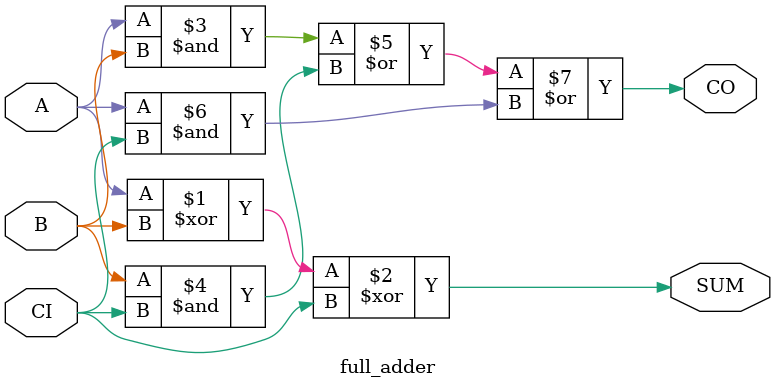
<source format=v>
`timescale 1ns / 1ps

module full_adder(
    input A, B, CI,
    output SUM, CO
);
    assign SUM = A ^ B ^ CI;
    assign CO  = (A & B) | (B & CI) | (A & CI);
endmodule


</source>
